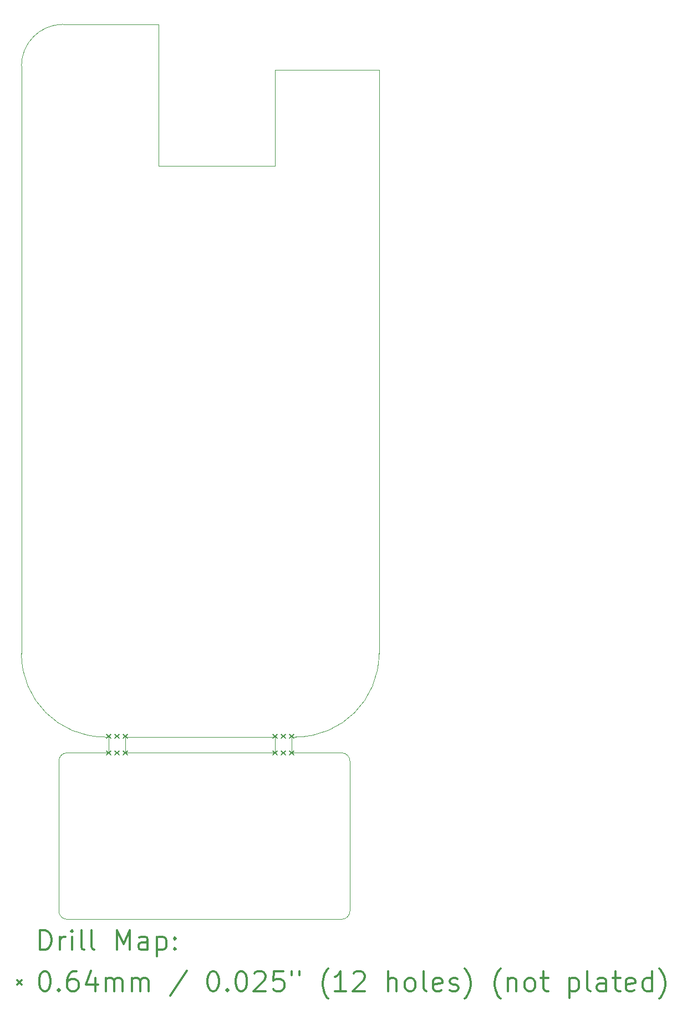
<source format=gbr>
%FSLAX45Y45*%
G04 Gerber Fmt 4.5, Leading zero omitted, Abs format (unit mm)*
G04 Created by KiCad (PCBNEW (5.1.5)-3) date 2020-06-03 17:34:59*
%MOMM*%
%LPD*%
G04 APERTURE LIST*
%TA.AperFunction,Profile*%
%ADD10C,0.002540*%
%TD*%
%ADD11C,0.200000*%
%ADD12C,0.300000*%
G04 APERTURE END LIST*
D10*
X15574010Y-15140940D02*
X15637510Y-15140940D01*
X15574010Y-15382240D02*
X15574010Y-15140940D01*
X12780010Y-15140940D02*
X12716510Y-15140940D01*
X12780010Y-15382240D02*
X12780010Y-15140940D01*
X12780010Y-15382240D02*
X12145010Y-15382240D01*
X15574010Y-15382240D02*
X16336010Y-15382240D01*
X13034010Y-15382240D02*
X15320010Y-15382240D01*
X15320010Y-15382240D02*
X15320010Y-15140940D01*
X13034010Y-15382240D02*
X13034010Y-15140940D01*
X16463010Y-15509240D02*
X16463010Y-17795240D01*
X16336010Y-15382240D02*
G75*
G02X16463010Y-15509240I0J-127000D01*
G01*
X16463010Y-17795240D02*
G75*
G02X16336010Y-17922240I-127000J0D01*
G01*
X12145010Y-17922240D02*
G75*
G02X12018010Y-17795240I0J127000D01*
G01*
X12018010Y-15509240D02*
G75*
G02X12145010Y-15382240I127000J0D01*
G01*
X12018010Y-15509240D02*
X12018010Y-17795240D01*
X16336010Y-17922240D02*
X12145010Y-17922240D01*
X11446510Y-13870940D02*
G75*
G03X12716510Y-15140940I1270000J0D01*
G01*
X15637510Y-15140940D02*
G75*
G03X16907510Y-13870940I0J1270000D01*
G01*
X12081510Y-4269740D02*
G75*
G03X11446510Y-4904740I0J-635000D01*
G01*
X13542010Y-4269740D02*
X12081510Y-4269740D01*
X13542010Y-6428740D02*
X13542010Y-4269740D01*
X15320010Y-6428740D02*
X13542010Y-6428740D01*
X15320010Y-4968240D02*
X15320010Y-6428740D01*
X16907510Y-4968240D02*
X15320010Y-4968240D01*
X16907510Y-13870940D02*
X16907510Y-4968240D01*
X13034010Y-15140940D02*
X15320010Y-15140940D01*
X11446510Y-4904740D02*
X11446510Y-13870940D01*
D11*
X15415260Y-15096490D02*
X15478760Y-15159990D01*
X15478760Y-15096490D02*
X15415260Y-15159990D01*
X15542260Y-15096490D02*
X15605760Y-15159990D01*
X15605760Y-15096490D02*
X15542260Y-15159990D01*
X15542260Y-15350490D02*
X15605760Y-15413990D01*
X15605760Y-15350490D02*
X15542260Y-15413990D01*
X15288260Y-15350490D02*
X15351760Y-15413990D01*
X15351760Y-15350490D02*
X15288260Y-15413990D01*
X15415260Y-15350490D02*
X15478760Y-15413990D01*
X15478760Y-15350490D02*
X15415260Y-15413990D01*
X12748260Y-15350490D02*
X12811760Y-15413990D01*
X12811760Y-15350490D02*
X12748260Y-15413990D01*
X12875260Y-15350490D02*
X12938760Y-15413990D01*
X12938760Y-15350490D02*
X12875260Y-15413990D01*
X15288260Y-15096490D02*
X15351760Y-15159990D01*
X15351760Y-15096490D02*
X15288260Y-15159990D01*
X13002260Y-15350490D02*
X13065760Y-15413990D01*
X13065760Y-15350490D02*
X13002260Y-15413990D01*
X13002260Y-15096490D02*
X13065760Y-15159990D01*
X13065760Y-15096490D02*
X13002260Y-15159990D01*
X12875260Y-15096490D02*
X12938760Y-15159990D01*
X12938760Y-15096490D02*
X12875260Y-15159990D01*
X12748260Y-15096490D02*
X12811760Y-15159990D01*
X12811760Y-15096490D02*
X12748260Y-15159990D01*
D12*
X11732811Y-18388081D02*
X11732811Y-18088081D01*
X11804240Y-18088081D01*
X11847097Y-18102367D01*
X11875669Y-18130939D01*
X11889954Y-18159510D01*
X11904240Y-18216653D01*
X11904240Y-18259510D01*
X11889954Y-18316653D01*
X11875669Y-18345224D01*
X11847097Y-18373796D01*
X11804240Y-18388081D01*
X11732811Y-18388081D01*
X12032811Y-18388081D02*
X12032811Y-18188081D01*
X12032811Y-18245224D02*
X12047097Y-18216653D01*
X12061383Y-18202367D01*
X12089954Y-18188081D01*
X12118526Y-18188081D01*
X12218526Y-18388081D02*
X12218526Y-18188081D01*
X12218526Y-18088081D02*
X12204240Y-18102367D01*
X12218526Y-18116653D01*
X12232811Y-18102367D01*
X12218526Y-18088081D01*
X12218526Y-18116653D01*
X12404240Y-18388081D02*
X12375669Y-18373796D01*
X12361383Y-18345224D01*
X12361383Y-18088081D01*
X12561383Y-18388081D02*
X12532811Y-18373796D01*
X12518526Y-18345224D01*
X12518526Y-18088081D01*
X12904240Y-18388081D02*
X12904240Y-18088081D01*
X13004240Y-18302367D01*
X13104240Y-18088081D01*
X13104240Y-18388081D01*
X13375669Y-18388081D02*
X13375669Y-18230939D01*
X13361383Y-18202367D01*
X13332811Y-18188081D01*
X13275669Y-18188081D01*
X13247097Y-18202367D01*
X13375669Y-18373796D02*
X13347097Y-18388081D01*
X13275669Y-18388081D01*
X13247097Y-18373796D01*
X13232811Y-18345224D01*
X13232811Y-18316653D01*
X13247097Y-18288081D01*
X13275669Y-18273796D01*
X13347097Y-18273796D01*
X13375669Y-18259510D01*
X13518526Y-18188081D02*
X13518526Y-18488081D01*
X13518526Y-18202367D02*
X13547097Y-18188081D01*
X13604240Y-18188081D01*
X13632811Y-18202367D01*
X13647097Y-18216653D01*
X13661383Y-18245224D01*
X13661383Y-18330939D01*
X13647097Y-18359510D01*
X13632811Y-18373796D01*
X13604240Y-18388081D01*
X13547097Y-18388081D01*
X13518526Y-18373796D01*
X13789954Y-18359510D02*
X13804240Y-18373796D01*
X13789954Y-18388081D01*
X13775669Y-18373796D01*
X13789954Y-18359510D01*
X13789954Y-18388081D01*
X13789954Y-18202367D02*
X13804240Y-18216653D01*
X13789954Y-18230939D01*
X13775669Y-18216653D01*
X13789954Y-18202367D01*
X13789954Y-18230939D01*
X11382883Y-18850617D02*
X11446383Y-18914117D01*
X11446383Y-18850617D02*
X11382883Y-18914117D01*
X11789954Y-18718081D02*
X11818526Y-18718081D01*
X11847097Y-18732367D01*
X11861383Y-18746653D01*
X11875669Y-18775224D01*
X11889954Y-18832367D01*
X11889954Y-18903796D01*
X11875669Y-18960939D01*
X11861383Y-18989510D01*
X11847097Y-19003796D01*
X11818526Y-19018081D01*
X11789954Y-19018081D01*
X11761383Y-19003796D01*
X11747097Y-18989510D01*
X11732811Y-18960939D01*
X11718526Y-18903796D01*
X11718526Y-18832367D01*
X11732811Y-18775224D01*
X11747097Y-18746653D01*
X11761383Y-18732367D01*
X11789954Y-18718081D01*
X12018526Y-18989510D02*
X12032811Y-19003796D01*
X12018526Y-19018081D01*
X12004240Y-19003796D01*
X12018526Y-18989510D01*
X12018526Y-19018081D01*
X12289954Y-18718081D02*
X12232811Y-18718081D01*
X12204240Y-18732367D01*
X12189954Y-18746653D01*
X12161383Y-18789510D01*
X12147097Y-18846653D01*
X12147097Y-18960939D01*
X12161383Y-18989510D01*
X12175669Y-19003796D01*
X12204240Y-19018081D01*
X12261383Y-19018081D01*
X12289954Y-19003796D01*
X12304240Y-18989510D01*
X12318526Y-18960939D01*
X12318526Y-18889510D01*
X12304240Y-18860939D01*
X12289954Y-18846653D01*
X12261383Y-18832367D01*
X12204240Y-18832367D01*
X12175669Y-18846653D01*
X12161383Y-18860939D01*
X12147097Y-18889510D01*
X12575669Y-18818081D02*
X12575669Y-19018081D01*
X12504240Y-18703796D02*
X12432811Y-18918081D01*
X12618526Y-18918081D01*
X12732811Y-19018081D02*
X12732811Y-18818081D01*
X12732811Y-18846653D02*
X12747097Y-18832367D01*
X12775669Y-18818081D01*
X12818526Y-18818081D01*
X12847097Y-18832367D01*
X12861383Y-18860939D01*
X12861383Y-19018081D01*
X12861383Y-18860939D02*
X12875669Y-18832367D01*
X12904240Y-18818081D01*
X12947097Y-18818081D01*
X12975669Y-18832367D01*
X12989954Y-18860939D01*
X12989954Y-19018081D01*
X13132811Y-19018081D02*
X13132811Y-18818081D01*
X13132811Y-18846653D02*
X13147097Y-18832367D01*
X13175669Y-18818081D01*
X13218526Y-18818081D01*
X13247097Y-18832367D01*
X13261383Y-18860939D01*
X13261383Y-19018081D01*
X13261383Y-18860939D02*
X13275669Y-18832367D01*
X13304240Y-18818081D01*
X13347097Y-18818081D01*
X13375669Y-18832367D01*
X13389954Y-18860939D01*
X13389954Y-19018081D01*
X13975669Y-18703796D02*
X13718526Y-19089510D01*
X14361383Y-18718081D02*
X14389954Y-18718081D01*
X14418526Y-18732367D01*
X14432811Y-18746653D01*
X14447097Y-18775224D01*
X14461383Y-18832367D01*
X14461383Y-18903796D01*
X14447097Y-18960939D01*
X14432811Y-18989510D01*
X14418526Y-19003796D01*
X14389954Y-19018081D01*
X14361383Y-19018081D01*
X14332811Y-19003796D01*
X14318526Y-18989510D01*
X14304240Y-18960939D01*
X14289954Y-18903796D01*
X14289954Y-18832367D01*
X14304240Y-18775224D01*
X14318526Y-18746653D01*
X14332811Y-18732367D01*
X14361383Y-18718081D01*
X14589954Y-18989510D02*
X14604240Y-19003796D01*
X14589954Y-19018081D01*
X14575669Y-19003796D01*
X14589954Y-18989510D01*
X14589954Y-19018081D01*
X14789954Y-18718081D02*
X14818526Y-18718081D01*
X14847097Y-18732367D01*
X14861383Y-18746653D01*
X14875669Y-18775224D01*
X14889954Y-18832367D01*
X14889954Y-18903796D01*
X14875669Y-18960939D01*
X14861383Y-18989510D01*
X14847097Y-19003796D01*
X14818526Y-19018081D01*
X14789954Y-19018081D01*
X14761383Y-19003796D01*
X14747097Y-18989510D01*
X14732811Y-18960939D01*
X14718526Y-18903796D01*
X14718526Y-18832367D01*
X14732811Y-18775224D01*
X14747097Y-18746653D01*
X14761383Y-18732367D01*
X14789954Y-18718081D01*
X15004240Y-18746653D02*
X15018526Y-18732367D01*
X15047097Y-18718081D01*
X15118526Y-18718081D01*
X15147097Y-18732367D01*
X15161383Y-18746653D01*
X15175669Y-18775224D01*
X15175669Y-18803796D01*
X15161383Y-18846653D01*
X14989954Y-19018081D01*
X15175669Y-19018081D01*
X15447097Y-18718081D02*
X15304240Y-18718081D01*
X15289954Y-18860939D01*
X15304240Y-18846653D01*
X15332811Y-18832367D01*
X15404240Y-18832367D01*
X15432811Y-18846653D01*
X15447097Y-18860939D01*
X15461383Y-18889510D01*
X15461383Y-18960939D01*
X15447097Y-18989510D01*
X15432811Y-19003796D01*
X15404240Y-19018081D01*
X15332811Y-19018081D01*
X15304240Y-19003796D01*
X15289954Y-18989510D01*
X15575669Y-18718081D02*
X15575669Y-18775224D01*
X15689954Y-18718081D02*
X15689954Y-18775224D01*
X16132811Y-19132367D02*
X16118526Y-19118081D01*
X16089954Y-19075224D01*
X16075669Y-19046653D01*
X16061383Y-19003796D01*
X16047097Y-18932367D01*
X16047097Y-18875224D01*
X16061383Y-18803796D01*
X16075669Y-18760939D01*
X16089954Y-18732367D01*
X16118526Y-18689510D01*
X16132811Y-18675224D01*
X16404240Y-19018081D02*
X16232811Y-19018081D01*
X16318526Y-19018081D02*
X16318526Y-18718081D01*
X16289954Y-18760939D01*
X16261383Y-18789510D01*
X16232811Y-18803796D01*
X16518526Y-18746653D02*
X16532811Y-18732367D01*
X16561383Y-18718081D01*
X16632811Y-18718081D01*
X16661383Y-18732367D01*
X16675669Y-18746653D01*
X16689954Y-18775224D01*
X16689954Y-18803796D01*
X16675669Y-18846653D01*
X16504240Y-19018081D01*
X16689954Y-19018081D01*
X17047097Y-19018081D02*
X17047097Y-18718081D01*
X17175669Y-19018081D02*
X17175669Y-18860939D01*
X17161383Y-18832367D01*
X17132811Y-18818081D01*
X17089954Y-18818081D01*
X17061383Y-18832367D01*
X17047097Y-18846653D01*
X17361383Y-19018081D02*
X17332811Y-19003796D01*
X17318526Y-18989510D01*
X17304240Y-18960939D01*
X17304240Y-18875224D01*
X17318526Y-18846653D01*
X17332811Y-18832367D01*
X17361383Y-18818081D01*
X17404240Y-18818081D01*
X17432811Y-18832367D01*
X17447097Y-18846653D01*
X17461383Y-18875224D01*
X17461383Y-18960939D01*
X17447097Y-18989510D01*
X17432811Y-19003796D01*
X17404240Y-19018081D01*
X17361383Y-19018081D01*
X17632811Y-19018081D02*
X17604240Y-19003796D01*
X17589954Y-18975224D01*
X17589954Y-18718081D01*
X17861383Y-19003796D02*
X17832811Y-19018081D01*
X17775669Y-19018081D01*
X17747097Y-19003796D01*
X17732811Y-18975224D01*
X17732811Y-18860939D01*
X17747097Y-18832367D01*
X17775669Y-18818081D01*
X17832811Y-18818081D01*
X17861383Y-18832367D01*
X17875669Y-18860939D01*
X17875669Y-18889510D01*
X17732811Y-18918081D01*
X17989954Y-19003796D02*
X18018526Y-19018081D01*
X18075669Y-19018081D01*
X18104240Y-19003796D01*
X18118526Y-18975224D01*
X18118526Y-18960939D01*
X18104240Y-18932367D01*
X18075669Y-18918081D01*
X18032811Y-18918081D01*
X18004240Y-18903796D01*
X17989954Y-18875224D01*
X17989954Y-18860939D01*
X18004240Y-18832367D01*
X18032811Y-18818081D01*
X18075669Y-18818081D01*
X18104240Y-18832367D01*
X18218526Y-19132367D02*
X18232811Y-19118081D01*
X18261383Y-19075224D01*
X18275669Y-19046653D01*
X18289954Y-19003796D01*
X18304240Y-18932367D01*
X18304240Y-18875224D01*
X18289954Y-18803796D01*
X18275669Y-18760939D01*
X18261383Y-18732367D01*
X18232811Y-18689510D01*
X18218526Y-18675224D01*
X18761383Y-19132367D02*
X18747097Y-19118081D01*
X18718526Y-19075224D01*
X18704240Y-19046653D01*
X18689954Y-19003796D01*
X18675669Y-18932367D01*
X18675669Y-18875224D01*
X18689954Y-18803796D01*
X18704240Y-18760939D01*
X18718526Y-18732367D01*
X18747097Y-18689510D01*
X18761383Y-18675224D01*
X18875669Y-18818081D02*
X18875669Y-19018081D01*
X18875669Y-18846653D02*
X18889954Y-18832367D01*
X18918526Y-18818081D01*
X18961383Y-18818081D01*
X18989954Y-18832367D01*
X19004240Y-18860939D01*
X19004240Y-19018081D01*
X19189954Y-19018081D02*
X19161383Y-19003796D01*
X19147097Y-18989510D01*
X19132811Y-18960939D01*
X19132811Y-18875224D01*
X19147097Y-18846653D01*
X19161383Y-18832367D01*
X19189954Y-18818081D01*
X19232811Y-18818081D01*
X19261383Y-18832367D01*
X19275669Y-18846653D01*
X19289954Y-18875224D01*
X19289954Y-18960939D01*
X19275669Y-18989510D01*
X19261383Y-19003796D01*
X19232811Y-19018081D01*
X19189954Y-19018081D01*
X19375669Y-18818081D02*
X19489954Y-18818081D01*
X19418526Y-18718081D02*
X19418526Y-18975224D01*
X19432811Y-19003796D01*
X19461383Y-19018081D01*
X19489954Y-19018081D01*
X19818526Y-18818081D02*
X19818526Y-19118081D01*
X19818526Y-18832367D02*
X19847097Y-18818081D01*
X19904240Y-18818081D01*
X19932811Y-18832367D01*
X19947097Y-18846653D01*
X19961383Y-18875224D01*
X19961383Y-18960939D01*
X19947097Y-18989510D01*
X19932811Y-19003796D01*
X19904240Y-19018081D01*
X19847097Y-19018081D01*
X19818526Y-19003796D01*
X20132811Y-19018081D02*
X20104240Y-19003796D01*
X20089954Y-18975224D01*
X20089954Y-18718081D01*
X20375669Y-19018081D02*
X20375669Y-18860939D01*
X20361383Y-18832367D01*
X20332811Y-18818081D01*
X20275669Y-18818081D01*
X20247097Y-18832367D01*
X20375669Y-19003796D02*
X20347097Y-19018081D01*
X20275669Y-19018081D01*
X20247097Y-19003796D01*
X20232811Y-18975224D01*
X20232811Y-18946653D01*
X20247097Y-18918081D01*
X20275669Y-18903796D01*
X20347097Y-18903796D01*
X20375669Y-18889510D01*
X20475669Y-18818081D02*
X20589954Y-18818081D01*
X20518526Y-18718081D02*
X20518526Y-18975224D01*
X20532811Y-19003796D01*
X20561383Y-19018081D01*
X20589954Y-19018081D01*
X20804240Y-19003796D02*
X20775669Y-19018081D01*
X20718526Y-19018081D01*
X20689954Y-19003796D01*
X20675669Y-18975224D01*
X20675669Y-18860939D01*
X20689954Y-18832367D01*
X20718526Y-18818081D01*
X20775669Y-18818081D01*
X20804240Y-18832367D01*
X20818526Y-18860939D01*
X20818526Y-18889510D01*
X20675669Y-18918081D01*
X21075669Y-19018081D02*
X21075669Y-18718081D01*
X21075669Y-19003796D02*
X21047097Y-19018081D01*
X20989954Y-19018081D01*
X20961383Y-19003796D01*
X20947097Y-18989510D01*
X20932811Y-18960939D01*
X20932811Y-18875224D01*
X20947097Y-18846653D01*
X20961383Y-18832367D01*
X20989954Y-18818081D01*
X21047097Y-18818081D01*
X21075669Y-18832367D01*
X21189954Y-19132367D02*
X21204240Y-19118081D01*
X21232811Y-19075224D01*
X21247097Y-19046653D01*
X21261383Y-19003796D01*
X21275669Y-18932367D01*
X21275669Y-18875224D01*
X21261383Y-18803796D01*
X21247097Y-18760939D01*
X21232811Y-18732367D01*
X21204240Y-18689510D01*
X21189954Y-18675224D01*
M02*

</source>
